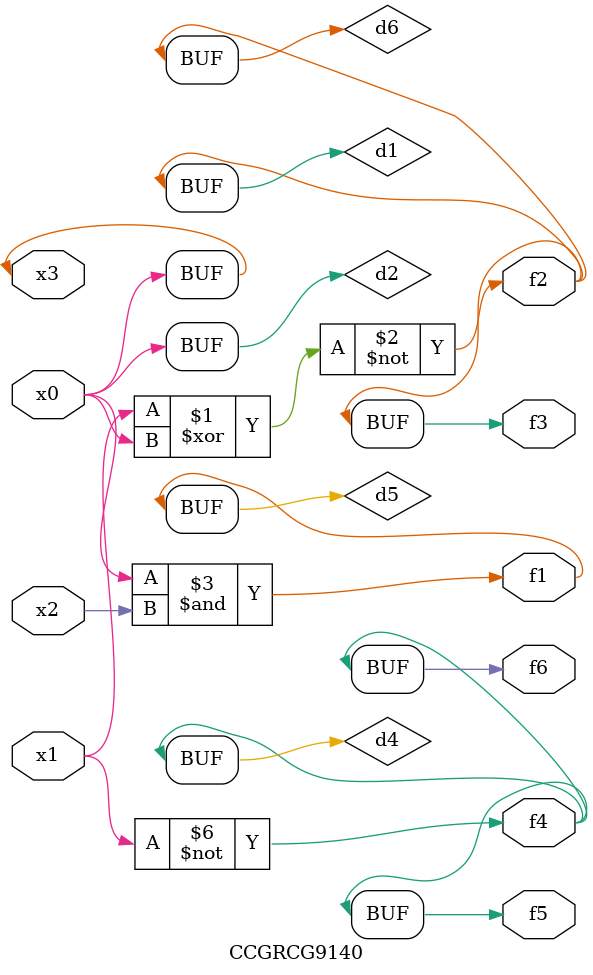
<source format=v>
module CCGRCG9140(
	input x0, x1, x2, x3,
	output f1, f2, f3, f4, f5, f6
);

	wire d1, d2, d3, d4, d5, d6;

	xnor (d1, x1, x3);
	buf (d2, x0, x3);
	nand (d3, x0, x2);
	not (d4, x1);
	nand (d5, d3);
	or (d6, d1);
	assign f1 = d5;
	assign f2 = d6;
	assign f3 = d6;
	assign f4 = d4;
	assign f5 = d4;
	assign f6 = d4;
endmodule

</source>
